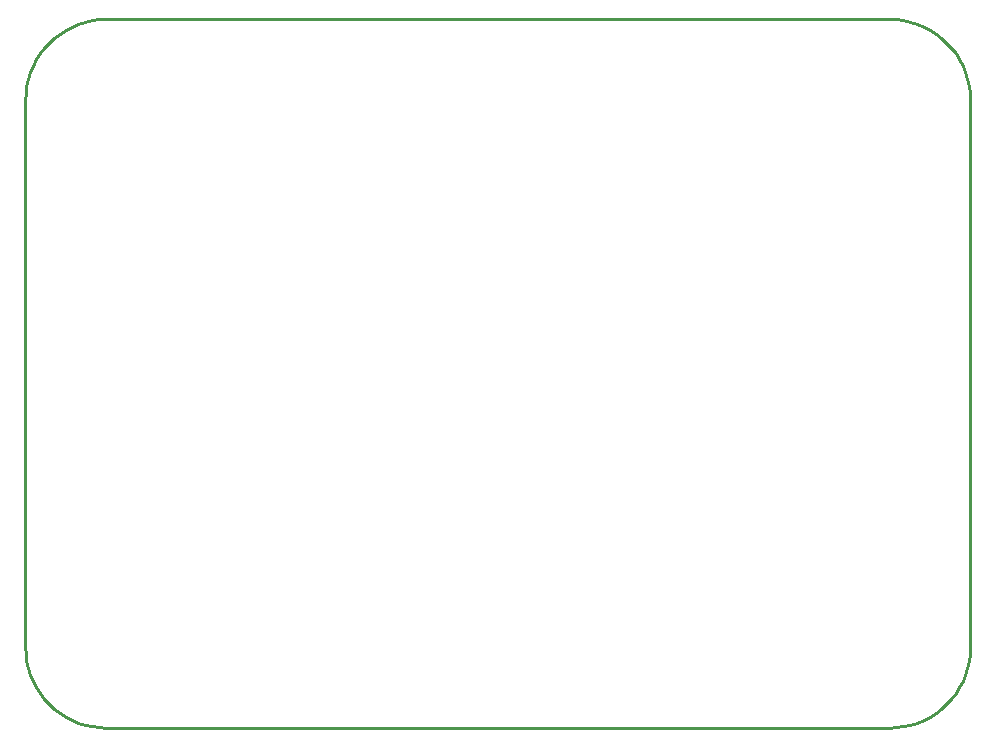
<source format=gbr>
G04 EAGLE Gerber RS-274X export*
G75*
%MOMM*%
%FSLAX34Y34*%
%LPD*%
%IN*%
%IPPOS*%
%AMOC8*
5,1,8,0,0,1.08239X$1,22.5*%
G01*
%ADD10C,0.254000*%


D10*
X0Y68284D02*
X260Y62333D01*
X1037Y56427D01*
X2327Y50611D01*
X4118Y44930D01*
X6398Y39426D01*
X9148Y34142D01*
X12349Y29118D01*
X15975Y24392D01*
X20000Y20000D01*
X24392Y15975D01*
X29118Y12349D01*
X34142Y9148D01*
X39426Y6398D01*
X44930Y4118D01*
X50611Y2327D01*
X56427Y1037D01*
X62333Y260D01*
X68284Y0D01*
X731716Y0D01*
X737667Y260D01*
X743573Y1037D01*
X749389Y2327D01*
X755070Y4118D01*
X760574Y6398D01*
X765858Y9148D01*
X770882Y12349D01*
X775608Y15975D01*
X780000Y20000D01*
X784025Y24392D01*
X787651Y29118D01*
X790852Y34142D01*
X793602Y39426D01*
X795882Y44930D01*
X797673Y50611D01*
X798963Y56427D01*
X799740Y62333D01*
X800000Y68284D01*
X800000Y531716D01*
X799740Y537667D01*
X798963Y543573D01*
X797673Y549389D01*
X795882Y555070D01*
X793602Y560574D01*
X790852Y565858D01*
X787651Y570882D01*
X784025Y575608D01*
X780000Y580000D01*
X775608Y584025D01*
X770882Y587651D01*
X765858Y590852D01*
X760574Y593602D01*
X755070Y595882D01*
X749389Y597673D01*
X743573Y598963D01*
X737667Y599740D01*
X731716Y600000D01*
X68284Y600000D01*
X62333Y599740D01*
X56427Y598963D01*
X50611Y597673D01*
X44930Y595882D01*
X39426Y593602D01*
X34142Y590852D01*
X29118Y587651D01*
X24392Y584025D01*
X20000Y580000D01*
X15975Y575608D01*
X12349Y570882D01*
X9148Y565858D01*
X6398Y560574D01*
X4118Y555070D01*
X2327Y549389D01*
X1037Y543573D01*
X260Y537667D01*
X0Y531716D01*
X0Y68284D01*
M02*

</source>
